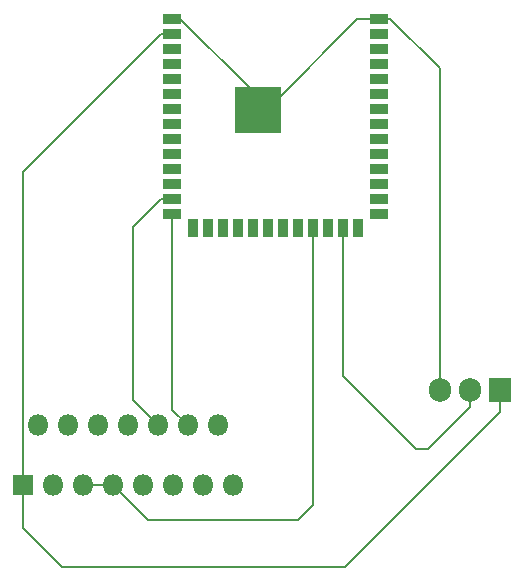
<source format=gbr>
%TF.GenerationSoftware,KiCad,Pcbnew,8.0.5*%
%TF.CreationDate,2025-04-06T18:14:10+03:00*%
%TF.ProjectId,roboforce,726f626f-666f-4726-9365-2e6b69636164,rev?*%
%TF.SameCoordinates,Original*%
%TF.FileFunction,Copper,L1,Top*%
%TF.FilePolarity,Positive*%
%FSLAX46Y46*%
G04 Gerber Fmt 4.6, Leading zero omitted, Abs format (unit mm)*
G04 Created by KiCad (PCBNEW 8.0.5) date 2025-04-06 18:14:10*
%MOMM*%
%LPD*%
G01*
G04 APERTURE LIST*
%TA.AperFunction,ComponentPad*%
%ADD10O,1.800000X1.800000*%
%TD*%
%TA.AperFunction,ComponentPad*%
%ADD11R,1.800000X1.800000*%
%TD*%
%TA.AperFunction,HeatsinkPad*%
%ADD12C,0.600000*%
%TD*%
%TA.AperFunction,SMDPad,CuDef*%
%ADD13R,3.900000X3.900000*%
%TD*%
%TA.AperFunction,SMDPad,CuDef*%
%ADD14R,1.500000X0.900000*%
%TD*%
%TA.AperFunction,SMDPad,CuDef*%
%ADD15R,0.900000X1.500000*%
%TD*%
%TA.AperFunction,ComponentPad*%
%ADD16R,1.905000X2.000000*%
%TD*%
%TA.AperFunction,ComponentPad*%
%ADD17O,1.905000X2.000000*%
%TD*%
%TA.AperFunction,Conductor*%
%ADD18C,0.200000*%
%TD*%
G04 APERTURE END LIST*
D10*
%TO.P,U2,15,SENSE_B*%
%TO.N,+12V*%
X133490000Y-105080000D03*
%TO.P,U2,14,OUT4*%
%TO.N,Net-(M1--)*%
X132220000Y-100000000D03*
%TO.P,U2,13,OUT3*%
%TO.N,Net-(M1-+)*%
X130950000Y-105080000D03*
%TO.P,U2,12,IN4*%
%TO.N,Net-(U1-IO20)*%
X129680000Y-100000000D03*
%TO.P,U2,11,EnB*%
%TO.N,unconnected-(U2-EnB-Pad11)*%
X128410000Y-105080000D03*
%TO.P,U2,10,IN3*%
%TO.N,Net-(U1-IO19)*%
X127140000Y-100000000D03*
%TO.P,U2,9,Vss*%
%TO.N,unconnected-(U2-Vss-Pad9)*%
X125870000Y-105080000D03*
%TO.P,U2,8,GND*%
%TO.N,GND*%
X124600000Y-100000000D03*
%TO.P,U2,7,IN2*%
%TO.N,Net-(U1-IO12)*%
X123330000Y-105080000D03*
%TO.P,U2,6,EnA*%
%TO.N,unconnected-(U2-EnA-Pad6)*%
X122060000Y-100000000D03*
%TO.P,U2,5,IN1*%
%TO.N,Net-(U1-IO12)*%
X120790000Y-105080000D03*
%TO.P,U2,4,Vs*%
%TO.N,unconnected-(U2-Vs-Pad4)*%
X119520000Y-100000000D03*
%TO.P,U2,3,OUT2*%
%TO.N,Net-(M2--)*%
X118250000Y-105080000D03*
%TO.P,U2,2,OUT1*%
%TO.N,Net-(M2-+)*%
X116980000Y-100000000D03*
D11*
%TO.P,U2,1,SENSE_A*%
%TO.N,Net-(-1-VA)*%
X115710000Y-105080000D03*
%TD*%
D12*
%TO.P,U1,41,GND*%
%TO.N,Net-(-1-GND)*%
X137000000Y-74000000D03*
X137000000Y-72600000D03*
X136300000Y-74700000D03*
X136300000Y-73300000D03*
X136300000Y-71900000D03*
X135600000Y-74000000D03*
D13*
X135600000Y-73300000D03*
D12*
X135600000Y-72600000D03*
X134900000Y-74700000D03*
X134900000Y-73300000D03*
X134900000Y-71900000D03*
X134200000Y-74000000D03*
X134200000Y-72600000D03*
D14*
%TO.P,U1,40,GND*%
X145850000Y-65580000D03*
%TO.P,U1,39,IO1*%
%TO.N,unconnected-(U1-IO1-Pad39)*%
X145850000Y-66850000D03*
%TO.P,U1,38,IO2*%
%TO.N,unconnected-(U1-IO2-Pad38)*%
X145850000Y-68120000D03*
%TO.P,U1,37,TXD0*%
%TO.N,unconnected-(U1-TXD0-Pad37)*%
X145850000Y-69390000D03*
%TO.P,U1,36,RXD0*%
%TO.N,unconnected-(U1-RXD0-Pad36)*%
X145850000Y-70660000D03*
%TO.P,U1,35,IO42*%
%TO.N,unconnected-(U1-IO42-Pad35)*%
X145850000Y-71930000D03*
%TO.P,U1,34,IO41*%
%TO.N,unconnected-(U1-IO41-Pad34)*%
X145850000Y-73200000D03*
%TO.P,U1,33,IO40*%
%TO.N,unconnected-(U1-IO40-Pad33)*%
X145850000Y-74470000D03*
%TO.P,U1,32,IO39*%
%TO.N,unconnected-(U1-IO39-Pad32)*%
X145850000Y-75740000D03*
%TO.P,U1,31,IO38*%
%TO.N,unconnected-(U1-IO38-Pad31)*%
X145850000Y-77010000D03*
%TO.P,U1,30,IO37*%
%TO.N,unconnected-(U1-IO37-Pad30)*%
X145850000Y-78280000D03*
%TO.P,U1,29,IO36*%
%TO.N,unconnected-(U1-IO36-Pad29)*%
X145850000Y-79550000D03*
%TO.P,U1,28,IO35*%
%TO.N,unconnected-(U1-IO35-Pad28)*%
X145850000Y-80820000D03*
%TO.P,U1,27,IO0*%
%TO.N,unconnected-(U1-IO0-Pad27)*%
X145850000Y-82090000D03*
D15*
%TO.P,U1,26,IO45*%
%TO.N,unconnected-(U1-IO45-Pad26)*%
X144085000Y-83340000D03*
%TO.P,U1,25,IO48*%
%TO.N,Net-(-1-VB)*%
X142815000Y-83340000D03*
%TO.P,U1,24,IO47*%
%TO.N,unconnected-(U1-IO47-Pad24)*%
X141545000Y-83340000D03*
%TO.P,U1,23,IO21*%
%TO.N,Net-(U1-IO12)*%
X140275000Y-83340000D03*
%TO.P,U1,22,IO14*%
%TO.N,unconnected-(U1-IO14-Pad22)*%
X139005000Y-83340000D03*
%TO.P,U1,21,IO13*%
%TO.N,unconnected-(U1-IO13-Pad21)*%
X137735000Y-83340000D03*
%TO.P,U1,20,IO12*%
%TO.N,Net-(U1-IO12)*%
X136465000Y-83340000D03*
%TO.P,U1,19,IO11*%
%TO.N,unconnected-(U1-IO11-Pad19)*%
X135195000Y-83340000D03*
%TO.P,U1,18,IO10*%
%TO.N,unconnected-(U1-IO10-Pad18)*%
X133925000Y-83340000D03*
%TO.P,U1,17,IO9*%
%TO.N,unconnected-(U1-IO9-Pad17)*%
X132655000Y-83340000D03*
%TO.P,U1,16,IO46*%
%TO.N,unconnected-(U1-IO46-Pad16)*%
X131385000Y-83340000D03*
%TO.P,U1,15,IO3*%
%TO.N,unconnected-(U1-IO3-Pad15)*%
X130115000Y-83340000D03*
D14*
%TO.P,U1,14,IO20*%
%TO.N,Net-(U1-IO20)*%
X128350000Y-82090000D03*
%TO.P,U1,13,IO19*%
%TO.N,Net-(U1-IO19)*%
X128350000Y-80820000D03*
%TO.P,U1,12,IO8*%
%TO.N,unconnected-(U1-IO8-Pad12)*%
X128350000Y-79550000D03*
%TO.P,U1,11,IO18*%
%TO.N,unconnected-(U1-IO18-Pad11)*%
X128350000Y-78280000D03*
%TO.P,U1,10,IO17*%
%TO.N,unconnected-(U1-IO17-Pad10)*%
X128350000Y-77010000D03*
%TO.P,U1,9,IO16*%
%TO.N,unconnected-(U1-IO16-Pad9)*%
X128350000Y-75740000D03*
%TO.P,U1,8,IO15*%
%TO.N,unconnected-(U1-IO15-Pad8)*%
X128350000Y-74470000D03*
%TO.P,U1,7,IO7*%
%TO.N,unconnected-(U1-IO7-Pad7)*%
X128350000Y-73200000D03*
%TO.P,U1,6,IO6*%
%TO.N,unconnected-(U1-IO6-Pad6)*%
X128350000Y-71930000D03*
%TO.P,U1,5,IO5*%
%TO.N,unconnected-(U1-IO5-Pad5)*%
X128350000Y-70660000D03*
%TO.P,U1,4,IO4*%
%TO.N,unconnected-(U1-IO4-Pad4)*%
X128350000Y-69390000D03*
%TO.P,U1,3,EN*%
%TO.N,unconnected-(U1-EN-Pad3)*%
X128350000Y-68120000D03*
%TO.P,U1,2,3V3*%
%TO.N,Net-(-1-VA)*%
X128350000Y-66850000D03*
%TO.P,U1,1,GND*%
%TO.N,Net-(-1-GND)*%
X128350000Y-65580000D03*
%TD*%
D16*
%TO.P,-1,1,VA*%
%TO.N,Net-(-1-VA)*%
X156080000Y-97000000D03*
D17*
%TO.P,-1,2,VB*%
%TO.N,Net-(-1-VB)*%
X153540000Y-97000000D03*
%TO.P,-1,3,GND*%
%TO.N,Net-(-1-GND)*%
X151000000Y-97000000D03*
%TD*%
D18*
%TO.N,Net-(-1-GND)*%
X144020000Y-65580000D02*
X137000000Y-72600000D01*
X145850000Y-65580000D02*
X144020000Y-65580000D01*
X129004264Y-65580000D02*
X128350000Y-65580000D01*
X134900000Y-71475736D02*
X129004264Y-65580000D01*
X134900000Y-71900000D02*
X134900000Y-71475736D01*
%TO.N,Net-(U1-IO19)*%
X127400000Y-80820000D02*
X128350000Y-80820000D01*
X125000000Y-83220000D02*
X127400000Y-80820000D01*
X125000000Y-97860000D02*
X125000000Y-83220000D01*
X127140000Y-100000000D02*
X125000000Y-97860000D01*
%TO.N,Net-(U1-IO20)*%
X128350000Y-98670000D02*
X128350000Y-82090000D01*
X129680000Y-100000000D02*
X128350000Y-98670000D01*
%TO.N,Net-(-1-GND)*%
X151000000Y-69780000D02*
X146800000Y-65580000D01*
X151000000Y-97000000D02*
X151000000Y-69780000D01*
X146800000Y-65580000D02*
X145850000Y-65580000D01*
%TO.N,Net-(-1-VB)*%
X142815000Y-95815000D02*
X142815000Y-83340000D01*
X149000000Y-102000000D02*
X142815000Y-95815000D01*
X150000000Y-102000000D02*
X149000000Y-102000000D01*
X153540000Y-98460000D02*
X150000000Y-102000000D01*
X153540000Y-97000000D02*
X153540000Y-98460000D01*
%TO.N,Net-(-1-VA)*%
X119000000Y-112000000D02*
X115710000Y-108710000D01*
X143000000Y-112000000D02*
X119000000Y-112000000D01*
X156080000Y-98920000D02*
X143000000Y-112000000D01*
X156080000Y-97000000D02*
X156080000Y-98920000D01*
X115710000Y-108710000D02*
X115710000Y-105080000D01*
%TO.N,Net-(-1-GND)*%
X135600000Y-71880000D02*
X135600000Y-73300000D01*
%TO.N,Net-(U1-IO12)*%
X120790000Y-105080000D02*
X123330000Y-105080000D01*
X140275000Y-106725000D02*
X140275000Y-83340000D01*
X139000000Y-108000000D02*
X140275000Y-106725000D01*
X126250000Y-108000000D02*
X139000000Y-108000000D01*
X123330000Y-105080000D02*
X126250000Y-108000000D01*
%TO.N,Net-(-1-VA)*%
X115710000Y-78540000D02*
X127400000Y-66850000D01*
X115710000Y-105080000D02*
X115710000Y-78540000D01*
X127400000Y-66850000D02*
X128350000Y-66850000D01*
%TD*%
M02*

</source>
